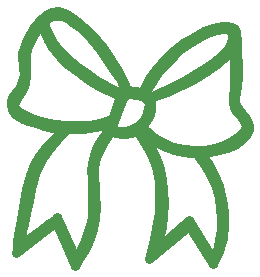
<source format=gbo>
G04 #@! TF.GenerationSoftware,KiCad,Pcbnew,8.0.6*
G04 #@! TF.CreationDate,2025-03-26T21:52:31-07:00*
G04 #@! TF.ProjectId,rezq_rev3,72657a71-5f72-4657-9633-2e6b69636164,rev?*
G04 #@! TF.SameCoordinates,Original*
G04 #@! TF.FileFunction,Legend,Bot*
G04 #@! TF.FilePolarity,Positive*
%FSLAX46Y46*%
G04 Gerber Fmt 4.6, Leading zero omitted, Abs format (unit mm)*
G04 Created by KiCad (PCBNEW 8.0.6) date 2025-03-26 21:52:31*
%MOMM*%
%LPD*%
G01*
G04 APERTURE LIST*
G04 Aperture macros list*
%AMRotRect*
0 Rectangle, with rotation*
0 The origin of the aperture is its center*
0 $1 length*
0 $2 width*
0 $3 Rotation angle, in degrees counterclockwise*
0 Add horizontal line*
21,1,$1,$2,0,0,$3*%
G04 Aperture macros list end*
%ADD10C,0.800000*%
%ADD11R,1.700000X1.700000*%
%ADD12C,2.200000*%
%ADD13C,2.184400*%
%ADD14C,3.000000*%
%ADD15O,1.700000X1.700000*%
%ADD16RotRect,1.800000X1.800000X135.000000*%
%ADD17C,1.800000*%
%ADD18RotRect,1.800000X1.800000X225.000000*%
%ADD19R,1.800000X1.800000*%
%ADD20R,1.600000X1.600000*%
%ADD21C,1.600000*%
%ADD22O,1.600000X1.600000*%
G04 APERTURE END LIST*
D10*
X190021318Y-149914948D02*
X189963701Y-150301405D01*
X190871616Y-145863453D02*
X190629549Y-146892675D01*
X207879219Y-133022830D02*
X207781227Y-133496828D01*
X192156724Y-131109732D02*
X191592491Y-131567658D01*
X190137248Y-135343031D02*
X190190216Y-135765035D01*
X192015352Y-131669208D02*
X191990540Y-131850221D01*
X202593446Y-137352341D02*
X202049731Y-137618357D01*
X192204926Y-132545579D02*
X192483262Y-133063491D01*
X202319027Y-137654705D02*
X200952169Y-138221949D01*
X190207006Y-133934982D02*
X190112835Y-134370962D01*
X208366337Y-139057631D02*
X208189864Y-138814611D01*
X200536383Y-139748224D02*
X200303852Y-140113929D01*
X208229687Y-132853917D02*
X208160917Y-132541085D01*
X200249056Y-138033208D02*
X200499642Y-138226570D01*
X199956625Y-140442607D02*
X199531348Y-140713151D01*
X198420903Y-141238058D02*
X198824662Y-141254797D01*
X207750729Y-132138277D02*
X207410941Y-132065513D01*
X195990102Y-143709754D02*
X196138933Y-142981559D01*
X193632080Y-130988318D02*
X193132688Y-130854498D01*
X199253601Y-137844174D02*
X199707464Y-137907538D01*
X203779216Y-142529761D02*
X204604054Y-142603386D01*
X192239076Y-131422358D02*
X192102372Y-131529170D01*
X190754042Y-144722599D02*
X190434680Y-145906718D01*
X206493183Y-145718889D02*
X206735859Y-146662115D01*
X205800615Y-143695038D02*
X205192833Y-142808802D01*
X189815505Y-137418530D02*
X189574773Y-137714233D01*
X208160917Y-132541085D02*
X208009232Y-132294856D01*
X189615707Y-150861190D02*
X189558195Y-151305472D01*
X195670220Y-140486084D02*
X196267991Y-140402620D01*
X208067310Y-142135144D02*
X208619505Y-141719682D01*
X192601507Y-131271126D02*
X192239076Y-131422358D01*
X191247009Y-140339903D02*
X191905701Y-140549191D01*
X189235242Y-139169340D02*
X189474843Y-139517409D01*
X194906946Y-135679993D02*
X195619909Y-136190313D01*
X195221288Y-140820770D02*
X194621768Y-140822258D01*
X189916776Y-150647204D02*
X190571701Y-150148753D01*
X206083623Y-144752890D02*
X206493183Y-145718889D01*
X190434680Y-145906718D02*
X190220708Y-146925237D01*
X196983940Y-140472887D02*
X196375549Y-140642326D01*
X195741452Y-140768081D02*
X195221288Y-140820770D01*
X209227468Y-140249282D02*
X208952859Y-139780115D01*
X197115916Y-141716378D02*
X197646154Y-140975742D01*
X207142056Y-132314686D02*
X207347000Y-132311107D01*
X207781227Y-133496828D02*
X207481593Y-134039336D01*
X194834456Y-131736078D02*
X194165544Y-131263922D01*
X196461074Y-142246531D02*
X196930598Y-141518834D01*
X200914762Y-136432269D02*
X200542231Y-137086902D01*
X206280798Y-151855003D02*
X204177286Y-148527277D01*
X190211295Y-148857860D02*
X190100318Y-149447174D01*
X197879894Y-140114200D02*
X198030094Y-139742361D01*
X207410941Y-132065513D02*
X207024043Y-132065682D01*
X200811008Y-151810970D02*
X204173665Y-149019746D01*
X202759959Y-134761272D02*
X203404762Y-134161938D01*
X192654745Y-133833515D02*
X192284529Y-133235896D01*
X208206872Y-137754333D02*
X208285228Y-137130657D01*
X203404762Y-134161938D02*
X204107670Y-133604364D01*
X198558622Y-137827016D02*
X198635148Y-137816538D01*
X197468243Y-140272970D02*
X196983940Y-140472887D01*
X190399776Y-134537139D02*
X190401206Y-135098332D01*
X203726380Y-133567103D02*
X202868458Y-134225796D01*
X195251278Y-132446109D02*
X194831541Y-132088131D01*
X207200239Y-142184746D02*
X207938828Y-141780080D01*
X196235537Y-145618175D02*
X196177134Y-144888343D01*
X196039005Y-133307369D02*
X195652654Y-132855144D01*
X190514043Y-139735317D02*
X191058326Y-139957984D01*
X201043660Y-136800737D02*
X201499731Y-136184318D01*
X200678226Y-139372966D02*
X200536383Y-139748224D01*
X207938828Y-141780080D02*
X208524027Y-141317899D01*
X193100816Y-141323385D02*
X192545554Y-141889147D01*
X201491989Y-143456557D02*
X201195988Y-142760716D01*
X192742632Y-140382114D02*
X193866468Y-140477177D01*
X194714903Y-135889228D02*
X193920962Y-135273179D01*
X200590223Y-137928274D02*
X200550195Y-137843638D01*
X198619457Y-138184758D02*
X198755262Y-138004123D01*
X201315428Y-151028018D02*
X201657436Y-150056291D01*
X192483262Y-133063491D02*
X192822244Y-133587309D01*
X192023537Y-132067850D02*
X192204926Y-132545579D01*
X196304262Y-147379633D02*
X196292736Y-146437057D01*
X195300371Y-150429444D02*
X195602193Y-149658628D01*
X189611712Y-138194444D02*
X189444464Y-138500634D01*
X201873637Y-135713647D02*
X202243099Y-135294020D01*
X206364527Y-142449883D02*
X207200239Y-142184746D01*
X198076801Y-140966715D02*
X197827786Y-140876315D01*
X193066032Y-134399815D02*
X192654745Y-133833515D01*
X206343084Y-144624775D02*
X205800615Y-143695038D01*
X200240777Y-140625105D02*
X200827121Y-141147892D01*
X201708690Y-146554332D02*
X201631619Y-147857274D01*
X193300069Y-141439710D02*
X192896230Y-141902186D01*
X207961413Y-138605243D02*
X207948463Y-137956235D01*
X200970343Y-141604122D02*
X201589926Y-142027453D01*
X190155893Y-139934126D02*
X190618262Y-140115396D01*
X206900059Y-149314212D02*
X206782713Y-150244020D01*
X194547236Y-152382401D02*
X195023557Y-151633198D01*
X193893842Y-131450759D02*
X193448919Y-131261513D01*
X198689535Y-137762278D02*
X198722824Y-137549007D01*
X190020538Y-136993231D02*
X189815505Y-137418530D01*
X196027008Y-146543673D02*
X196008381Y-145652144D01*
X201057745Y-137976272D02*
X200839955Y-138001707D01*
X204290953Y-142818541D02*
X204824691Y-142817443D01*
X200998008Y-139142412D02*
X200883440Y-139592363D01*
X189802079Y-139355650D02*
X190118571Y-139545452D01*
X195836653Y-148907766D02*
X195963457Y-148223423D01*
X191993800Y-132694609D02*
X191812246Y-132283008D01*
X196942348Y-134490357D02*
X196465719Y-133851001D01*
X190412411Y-133395076D02*
X190207006Y-133934982D01*
X199090550Y-140907167D02*
X198695555Y-141006973D01*
X200435777Y-141938678D02*
X200982536Y-142948391D01*
X206934849Y-148382144D02*
X206900059Y-149314212D01*
X189889431Y-148898272D02*
X189771706Y-149713928D01*
X189474843Y-139517409D02*
X189773306Y-139744265D01*
X199707464Y-137907538D02*
X200249056Y-138033208D01*
X201891866Y-149110547D02*
X202026277Y-148132886D01*
X193920962Y-135273179D02*
X193489101Y-134874072D01*
X208952859Y-139780115D02*
X208611279Y-139331206D01*
X208677562Y-139842817D02*
X208408583Y-139558411D01*
X201002922Y-138684262D02*
X200998008Y-139142412D01*
X197747368Y-139810058D02*
X198333412Y-137976272D01*
X200978860Y-142197074D02*
X200728144Y-141665543D01*
X194985510Y-151134753D02*
X195300371Y-150429444D01*
X193202884Y-140781331D02*
X193673208Y-140758805D01*
X208324628Y-136393134D02*
X208328523Y-135399726D01*
X197549607Y-134784827D02*
X196829316Y-133787737D01*
X197474076Y-140794901D02*
X197468243Y-140272970D01*
X192896230Y-141902186D02*
X192458410Y-142453964D01*
X207785424Y-132606993D02*
X207879219Y-133022830D01*
X201433575Y-135708633D02*
X200914762Y-136432269D01*
X206497594Y-132449422D02*
X207142056Y-132314686D01*
X195975275Y-144994584D02*
X195956002Y-144385408D01*
X197243102Y-137491105D02*
X196293868Y-136986588D01*
X192646080Y-130889414D02*
X192156724Y-131109732D01*
X206570907Y-135281068D02*
X205742508Y-135891612D01*
X199531348Y-140713151D02*
X199090550Y-140907167D01*
X209020828Y-140634304D02*
X209003009Y-140435092D01*
X190571701Y-150148753D02*
X191199279Y-149671943D01*
X198755262Y-138004123D02*
X198958293Y-137881659D01*
X191126325Y-143780091D02*
X190754042Y-144722599D01*
X201499731Y-136184318D02*
X201873637Y-135713647D01*
X200827121Y-141147892D02*
X201445575Y-141630729D01*
X190708232Y-132784312D02*
X190412411Y-133395076D01*
X207201969Y-147831737D02*
X207043683Y-146709794D01*
X189558195Y-151305472D02*
X192986786Y-148690072D01*
X202868458Y-134225796D02*
X202092969Y-134954535D01*
X190402076Y-147927997D02*
X190211295Y-148857860D01*
X190118571Y-139545452D02*
X190514043Y-139735317D01*
X191701317Y-131962548D02*
X191184220Y-132720363D01*
X200584343Y-137601751D02*
X200700287Y-137345976D01*
X201893296Y-145022745D02*
X201740726Y-144228090D01*
X192263009Y-148869811D02*
X192659439Y-148576868D01*
X206714614Y-142628146D02*
X207422701Y-142439998D01*
X192044691Y-143007072D02*
X191775226Y-143383833D01*
X193973705Y-140794901D02*
X193650778Y-141088466D01*
X203662419Y-142743493D02*
X204290953Y-142818541D01*
X207302618Y-134654642D02*
X206570907Y-135281068D01*
X202049731Y-137618357D02*
X201522635Y-137839337D01*
X197076101Y-137082003D02*
X197726534Y-137434516D01*
X192024529Y-142457424D02*
X191550426Y-143057614D01*
X191420179Y-143985623D02*
X191273588Y-144382315D01*
X204940315Y-133089828D02*
X205747285Y-132712285D01*
X196660843Y-142486055D02*
X197115916Y-141716378D01*
X190401206Y-135098332D02*
X190411762Y-135734396D01*
X198366824Y-141016815D02*
X198076801Y-140966715D01*
X198413090Y-136701772D02*
X197984526Y-135982864D01*
X206283164Y-152276063D02*
X206711242Y-151177924D01*
X200377070Y-141095783D02*
X200970343Y-141604122D01*
X204107670Y-133604364D02*
X204940315Y-133089828D01*
X205583705Y-135637294D02*
X204682731Y-136179099D01*
X198824662Y-141254797D02*
X199318260Y-141150646D01*
X208119871Y-138541091D02*
X208139973Y-138189248D01*
X207948463Y-137956235D02*
X207988426Y-137334447D01*
X193029323Y-131202344D02*
X192601507Y-131271126D01*
X208300688Y-134321177D02*
X208256988Y-133200057D01*
X198592833Y-136668115D02*
X198138238Y-135756934D01*
X200672812Y-137979983D02*
X200590223Y-137928274D01*
X195602193Y-149658628D02*
X195836653Y-148907766D01*
X197467380Y-140029982D02*
X197747368Y-139810058D01*
X200883440Y-139592363D02*
X200603304Y-140111814D01*
X195956002Y-144385408D02*
X195990102Y-143709754D01*
X196930598Y-141518834D02*
X197474076Y-140794901D01*
X202949537Y-142573242D02*
X203662419Y-142743493D01*
X207022002Y-134561009D02*
X206425236Y-135063890D01*
X191106183Y-144951890D02*
X190871616Y-145863453D01*
X191812246Y-132283008D02*
X191701317Y-131962548D01*
X192986786Y-148690072D02*
X194547236Y-152382401D01*
X198673743Y-137295577D02*
X198568561Y-137017998D01*
X190190216Y-135765035D02*
X190212560Y-136111882D01*
X207215842Y-148956435D02*
X207201969Y-147831737D01*
X193060649Y-148300919D02*
X194671121Y-151790024D01*
X208524027Y-141317899D02*
X208826853Y-141008268D01*
X190112835Y-134370962D02*
X190097286Y-134850737D01*
X201141208Y-150489393D02*
X200811008Y-151810970D01*
X198138238Y-135756934D02*
X197549607Y-134784827D01*
X200839955Y-138001707D02*
X200672812Y-137979983D01*
X190411762Y-135734396D02*
X190405910Y-136320870D01*
X201589926Y-142027453D02*
X202251572Y-142336089D01*
X198030222Y-141129989D02*
X198420903Y-141238058D01*
X194332869Y-131720073D02*
X193893842Y-131450759D01*
X195023557Y-151633198D02*
X195460576Y-150870246D01*
X191273588Y-144382315D02*
X191106183Y-144951890D01*
X190039028Y-147945569D02*
X189889431Y-148898272D01*
X198241541Y-137699341D02*
X198421289Y-137785472D01*
X207049641Y-150073246D02*
X207215842Y-148956435D01*
X195521267Y-132336617D02*
X194834456Y-131736078D01*
X196081104Y-149244229D02*
X196241513Y-148343698D01*
X207024043Y-132065682D02*
X206278934Y-132220529D01*
X189570152Y-139138431D02*
X189802079Y-139355650D01*
X207525163Y-132352307D02*
X207672975Y-132451636D01*
X189683463Y-150352233D02*
X189615707Y-150861190D01*
X191775226Y-143383833D02*
X191575410Y-143685368D01*
X195505203Y-136452300D02*
X194714903Y-135889228D01*
X198030094Y-139742361D02*
X198619457Y-138184758D01*
X191772164Y-149238415D02*
X192263009Y-148869811D01*
X197726534Y-137434516D02*
X198241541Y-137699341D01*
X205964284Y-142738038D02*
X206714614Y-142628146D01*
X196195079Y-133031749D02*
X195521267Y-132336617D01*
X206577892Y-151114748D02*
X206280798Y-151855003D01*
X208139973Y-138189248D02*
X208206872Y-137754333D01*
X207043683Y-146709794D02*
X206761186Y-145634730D01*
X196350683Y-143307404D02*
X196660843Y-142486055D01*
X196948169Y-140237723D02*
X197467380Y-140029982D01*
X201395557Y-144051322D02*
X201635076Y-145264682D01*
X206425236Y-135063890D02*
X205583705Y-135637294D01*
X191058326Y-139957984D02*
X191650947Y-140154042D01*
X198722824Y-137549007D02*
X198673743Y-137295577D01*
X209003009Y-140435092D02*
X208894496Y-140137692D01*
X208611279Y-139331206D02*
X208366337Y-139057631D01*
X192284529Y-133235896D02*
X191993800Y-132694609D01*
X201522635Y-137839337D02*
X201057745Y-137976272D01*
X189963701Y-150301405D02*
X189916776Y-150647204D01*
X205742508Y-135891612D02*
X204785175Y-136482477D01*
X191575410Y-143685368D02*
X191420179Y-143985623D01*
X189773306Y-139744265D02*
X190155893Y-139934126D01*
X198568561Y-137017998D02*
X198413090Y-136701772D01*
X191650947Y-140154042D02*
X192742632Y-140382114D01*
X191199279Y-149671943D02*
X191772164Y-149238415D01*
X200603304Y-140111814D02*
X200240777Y-140625105D01*
X204173665Y-149019746D02*
X206283164Y-152276063D01*
X190097286Y-134850737D02*
X190137248Y-135343031D01*
X201445575Y-141630729D02*
X202127963Y-142034388D01*
X208986073Y-140787665D02*
X209020828Y-140634304D01*
X200550195Y-137843638D02*
X200584343Y-137601751D01*
X193866468Y-140477177D02*
X194571309Y-140494168D01*
X201635076Y-145264682D02*
X201708690Y-146554332D01*
X196293868Y-136986588D02*
X195505203Y-136452300D01*
X195167775Y-140498977D02*
X195670220Y-140486084D01*
X204824691Y-142817443D02*
X205499662Y-143785186D01*
X208009232Y-132294856D02*
X207750729Y-132138277D01*
X192630542Y-140726369D02*
X193202884Y-140781331D01*
X198421289Y-137785472D02*
X198558622Y-137827016D01*
X200700287Y-137345976D02*
X201043660Y-136800737D01*
X206278934Y-132220529D02*
X205476386Y-132543144D01*
X208894496Y-140137692D02*
X208677562Y-139842817D01*
X196197531Y-144134817D02*
X196350683Y-143307404D01*
X190750183Y-133425756D02*
X190481821Y-134026780D01*
X200728144Y-141665543D02*
X200377070Y-141095783D01*
X195963457Y-148223423D02*
X196015159Y-147458378D01*
X206761186Y-145634730D02*
X206343084Y-144624775D01*
X194621768Y-140822258D02*
X193973705Y-140794901D01*
X202127963Y-142034388D02*
X202899578Y-142336159D01*
X192458410Y-142453964D02*
X192044691Y-143007072D01*
X191990540Y-131850221D02*
X192023537Y-132067850D01*
X194831541Y-132088131D02*
X194332869Y-131720073D01*
X208020204Y-136878603D02*
X208033875Y-136553386D01*
X189771706Y-149713928D02*
X189683463Y-150352233D01*
X193650778Y-141088466D02*
X193300069Y-141439710D01*
X191184220Y-132720363D02*
X190750183Y-133425756D01*
X193489101Y-134874072D02*
X193066032Y-134399815D01*
X195619909Y-136190313D02*
X196354098Y-136661221D01*
X198695555Y-141006973D02*
X198366824Y-141016815D01*
X198333412Y-137976272D02*
X197243102Y-137491105D01*
X196465719Y-133851001D02*
X196039005Y-133307369D01*
X209330044Y-140598266D02*
X209227468Y-140249282D01*
X205476386Y-132543144D02*
X204613993Y-132999986D01*
X191905701Y-140549191D02*
X192630542Y-140726369D01*
X196138933Y-142981559D02*
X196461074Y-142246531D01*
X193223771Y-134109849D02*
X193990260Y-134914638D01*
X196354098Y-136661221D02*
X197076101Y-137082003D01*
X207984166Y-134019807D02*
X207302618Y-134654642D01*
X200251143Y-137699341D02*
X198976736Y-137545318D01*
X202251572Y-142336089D02*
X202949537Y-142573242D01*
X189444464Y-138500634D02*
X189418989Y-138824530D01*
X192545554Y-141889147D02*
X192024529Y-142457424D01*
X194571309Y-140494168D02*
X195167775Y-140498977D01*
X205499662Y-143785186D02*
X206083623Y-144752890D01*
X199318260Y-141150646D02*
X199821991Y-140975742D01*
X202101769Y-147073079D02*
X202041912Y-146034653D01*
X194165544Y-131263922D02*
X193632080Y-130988318D01*
X205192833Y-142808802D02*
X205964284Y-142738038D01*
X189832447Y-137893218D02*
X189611712Y-138194444D01*
X195819846Y-150079646D02*
X196081104Y-149244229D01*
X202092969Y-134954535D02*
X201433575Y-135708633D01*
X209261271Y-140917415D02*
X209330044Y-140598266D01*
X204682731Y-136179099D02*
X203604990Y-136800588D01*
X207672975Y-132451636D02*
X207785424Y-132606993D01*
X201657436Y-150056291D02*
X201891866Y-149110547D01*
X208256988Y-133200057D02*
X208229687Y-132853917D01*
X200952169Y-138221949D02*
X201002922Y-138684262D01*
X193990260Y-134914638D02*
X194906946Y-135679993D01*
X201195988Y-142760716D02*
X200978860Y-142197074D01*
X208408583Y-139558411D02*
X208204443Y-139318520D01*
X192822244Y-133587309D02*
X193223771Y-134109849D01*
X197646154Y-140975742D02*
X198030222Y-141129989D01*
X190212560Y-136111882D02*
X190160268Y-136515481D01*
X189418989Y-138824530D02*
X189570152Y-139138431D01*
X189183627Y-138356707D02*
X189135467Y-138766007D01*
X200761675Y-139016460D02*
X200678226Y-139372966D01*
X208285228Y-137130657D02*
X208324628Y-136393134D01*
X190220708Y-146925237D02*
X190039028Y-147945569D01*
X196292736Y-146437057D02*
X196235537Y-145618175D01*
X205747285Y-132712285D02*
X206497594Y-132449422D01*
X189574773Y-137714233D02*
X189346856Y-137994363D01*
X208619505Y-141719682D02*
X209016579Y-141298562D01*
X200303852Y-140113929D02*
X199956625Y-140442607D01*
X192659439Y-148576868D02*
X192909728Y-148399576D01*
X196375549Y-140642326D02*
X195741452Y-140768081D01*
X196267991Y-140402620D02*
X196948169Y-140237723D01*
X209016579Y-141298562D02*
X209261271Y-140917415D01*
X194671121Y-151790024D02*
X194985510Y-151134753D01*
X196241513Y-148343698D02*
X196304262Y-147379633D01*
X202243099Y-135294020D02*
X202759959Y-134761272D01*
X208033875Y-136553386D02*
X207984166Y-134019807D01*
X196008381Y-145652144D02*
X195975275Y-144994584D01*
X208045206Y-139013899D02*
X207961413Y-138605243D01*
X189135467Y-138766007D02*
X189235242Y-139169340D01*
X208826853Y-141008268D02*
X208986073Y-140787665D01*
X202899578Y-142336159D02*
X203779216Y-142529761D01*
X198635148Y-137816538D02*
X198689535Y-137762278D01*
X196177134Y-144888343D02*
X196197531Y-144134817D01*
X193448919Y-131261513D02*
X193029323Y-131202344D01*
X204177286Y-148527277D02*
X201315428Y-151028018D01*
X201428910Y-149170575D02*
X201141208Y-150489393D01*
X208189864Y-138814611D02*
X208119871Y-138541091D01*
X193673208Y-140758805D02*
X193100816Y-141323385D01*
X192102372Y-131529170D02*
X192015352Y-131669208D01*
X190405910Y-136320870D02*
X190331374Y-136889314D01*
X190481821Y-134026780D02*
X190399776Y-134537139D01*
X196015159Y-147458378D02*
X196027008Y-146543673D01*
X207481593Y-134039336D02*
X207022002Y-134561009D01*
X201631619Y-147857274D02*
X201428910Y-149170575D01*
X206735859Y-146662115D02*
X206875560Y-147551007D01*
X193132688Y-130854498D02*
X192646080Y-130889414D01*
X207422701Y-142439998D02*
X208067310Y-142135144D01*
X200982536Y-142948391D02*
X201395557Y-144051322D01*
X197827786Y-140876315D02*
X197707773Y-140733300D01*
X198976736Y-137545318D02*
X198592833Y-136668115D01*
X207347000Y-132311107D02*
X207525163Y-132352307D01*
X207988426Y-137334447D02*
X208020204Y-136878603D01*
X190100318Y-149447174D02*
X190021318Y-149914948D01*
X205482448Y-142583087D02*
X206364527Y-142449883D01*
X199821991Y-140975742D02*
X200435777Y-141938678D01*
X191099988Y-132152768D02*
X190708232Y-132784312D01*
X206782713Y-150244020D02*
X206577892Y-151114748D01*
X206875560Y-147551007D02*
X206934849Y-148382144D01*
X200542231Y-137086902D02*
X200251143Y-137699341D01*
X202026277Y-148132886D02*
X202101769Y-147073079D01*
X203604990Y-136800588D02*
X202593446Y-137352341D01*
X200706500Y-138438156D02*
X200788124Y-138700920D01*
X208204443Y-139318520D02*
X208045206Y-139013899D01*
X206711242Y-151177924D02*
X207049641Y-150073246D01*
X200499642Y-138226570D02*
X200706500Y-138438156D01*
X195460576Y-150870246D02*
X195819846Y-150079646D01*
X189346856Y-137994363D02*
X189183627Y-138356707D01*
X203618902Y-137078014D02*
X202319027Y-137654705D01*
X197468111Y-135220298D02*
X196942348Y-134490357D01*
X197984526Y-135982864D02*
X197468111Y-135220298D01*
X195652654Y-132855144D02*
X195251278Y-132446109D01*
X190125105Y-137425835D02*
X189832447Y-137893218D01*
X204604054Y-142603386D02*
X205482448Y-142583087D01*
X197707773Y-140733300D02*
X197735413Y-140521162D01*
X197735413Y-140521162D02*
X197879894Y-140114200D01*
X204613993Y-132999986D02*
X203726380Y-133567103D01*
X198958293Y-137881659D02*
X199253601Y-137844174D01*
X192909728Y-148399576D02*
X193060649Y-148300919D01*
X202041912Y-146034653D02*
X201893296Y-145022745D01*
X191592491Y-131567658D02*
X191099988Y-132152768D01*
X208328523Y-135399726D02*
X208300688Y-134321177D01*
X196829316Y-133787737D02*
X196195079Y-133031749D01*
X191550426Y-143057614D02*
X191126325Y-143780091D01*
X190160268Y-136515481D02*
X190020538Y-136993231D01*
X190629549Y-146892675D02*
X190402076Y-147927997D01*
X204785175Y-136482477D02*
X203618902Y-137078014D01*
X201740726Y-144228090D02*
X201491989Y-143456557D01*
X190618262Y-140115396D02*
X191247009Y-140339903D01*
X190331374Y-136889314D02*
X190125105Y-137425835D01*
X200788124Y-138700920D02*
X200761675Y-139016460D01*
%LPC*%
D11*
X195700000Y-186420000D03*
D12*
X195635300Y-192100000D03*
D13*
X172387600Y-133299200D03*
X172387600Y-151299200D03*
D14*
X161438000Y-185554000D03*
X161438000Y-180728000D03*
X161438000Y-175902000D03*
D11*
X155088000Y-184750000D03*
D15*
X155088000Y-182210000D03*
D16*
X213360000Y-110363000D03*
D17*
X211563949Y-108566949D03*
D18*
X184183000Y-112290000D03*
D17*
X182386949Y-114086051D03*
D12*
X204120000Y-105290000D03*
D11*
X155140000Y-177850000D03*
X191860000Y-186420000D03*
D19*
X158233600Y-118307200D03*
D17*
X155693600Y-118307200D03*
D11*
X179000000Y-164000000D03*
D20*
X186203000Y-183736621D03*
D21*
X186203000Y-186236621D03*
D12*
X196246000Y-105290000D03*
X203509300Y-192100000D03*
D20*
X190627000Y-161671000D03*
D22*
X193167000Y-161671000D03*
X195707000Y-161671000D03*
X198247000Y-161671000D03*
X200787000Y-161671000D03*
X203327000Y-161671000D03*
X205867000Y-161671000D03*
X208407000Y-161671000D03*
X208407000Y-154051000D03*
X205867000Y-154051000D03*
X203327000Y-154051000D03*
X200787000Y-154051000D03*
X198247000Y-154051000D03*
X195707000Y-154051000D03*
X193167000Y-154051000D03*
X190627000Y-154051000D03*
D20*
X169998000Y-172194000D03*
D21*
X169998000Y-169694000D03*
D19*
X243323600Y-118307200D03*
D17*
X240783600Y-118307200D03*
D18*
X187775102Y-108697897D03*
D17*
X185979051Y-110493948D03*
D11*
X155803600Y-172186600D03*
D15*
X155803600Y-169646600D03*
X155803600Y-167106600D03*
X155803600Y-164566600D03*
X155803600Y-162026600D03*
D13*
X226725100Y-151299200D03*
X226725100Y-133299200D03*
D11*
X183300000Y-129130000D03*
D19*
X238243600Y-118307200D03*
D17*
X235703600Y-118307200D03*
D16*
X216875888Y-113878889D03*
D17*
X215079837Y-112082838D03*
D19*
X163313600Y-118307200D03*
D17*
X160773600Y-118307200D03*
D11*
X160430000Y-160120000D03*
%LPD*%
M02*

</source>
